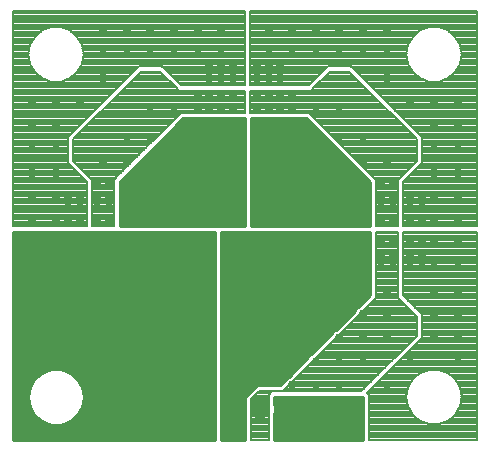
<source format=gbl>
G75*
G70*
%OFA0B0*%
%FSLAX24Y24*%
%IPPOS*%
%LPD*%
%AMOC8*
5,1,8,0,0,1.08239X$1,22.5*
%
%ADD10C,0.0690*%
%ADD11C,0.0300*%
%ADD12C,0.0100*%
%ADD13C,0.0079*%
D10*
X006524Y002033D03*
X007524Y002033D03*
X008524Y002033D03*
X009524Y002033D03*
D11*
X009599Y002821D03*
X010386Y002821D03*
X010386Y003608D03*
X011174Y003608D03*
X011961Y003608D03*
X011961Y004396D03*
X011961Y005183D03*
X012748Y005183D03*
X012748Y005970D03*
X012552Y006758D03*
X012945Y006758D03*
X012945Y007151D03*
X012552Y007151D03*
X012552Y007545D03*
X012945Y007545D03*
X013536Y007545D03*
X013930Y007545D03*
X014323Y007545D03*
X013930Y007151D03*
X013930Y006758D03*
X013536Y006758D03*
X013536Y007151D03*
X014323Y006758D03*
X015111Y006758D03*
X015111Y007545D03*
X015111Y008333D03*
X015111Y009120D03*
X015111Y009907D03*
X015111Y010695D03*
X015111Y011482D03*
X015111Y012270D03*
X014323Y012270D03*
X013536Y012270D03*
X012748Y013057D03*
X012748Y013844D03*
X011961Y013844D03*
X011174Y013844D03*
X010386Y013844D03*
X009599Y013844D03*
X009205Y013451D03*
X008811Y013451D03*
X008418Y013451D03*
X008811Y013844D03*
X008811Y013057D03*
X008418Y013057D03*
X008418Y012466D03*
X008811Y012466D03*
X008811Y012073D03*
X008418Y012073D03*
X008418Y011482D03*
X008811Y011482D03*
X008811Y011088D03*
X008418Y011088D03*
X008418Y010695D03*
X009205Y010695D03*
X009205Y011088D03*
X009205Y011482D03*
X009205Y012073D03*
X009599Y012073D03*
X009599Y012466D03*
X009205Y012466D03*
X009205Y013057D03*
X010386Y011876D03*
X011174Y011876D03*
X011174Y011088D03*
X011961Y011088D03*
X011961Y010301D03*
X012748Y010301D03*
X012552Y009514D03*
X012945Y009514D03*
X012945Y009120D03*
X012552Y009120D03*
X012552Y008726D03*
X012945Y008726D03*
X012945Y008333D03*
X012552Y008333D03*
X011961Y008333D03*
X011567Y008333D03*
X011567Y008726D03*
X011567Y009120D03*
X011961Y009120D03*
X011961Y008726D03*
X010780Y008333D03*
X010780Y009120D03*
X009993Y009120D03*
X009993Y009907D03*
X009205Y009907D03*
X009205Y009120D03*
X008418Y009120D03*
X008418Y009907D03*
X007630Y009907D03*
X007630Y009120D03*
X006843Y009120D03*
X006843Y009907D03*
X006056Y009907D03*
X006056Y009120D03*
X006056Y008333D03*
X006843Y008333D03*
X007630Y008333D03*
X008418Y008333D03*
X009205Y008333D03*
X009993Y008333D03*
X009993Y007545D03*
X010780Y007545D03*
X010780Y006758D03*
X011567Y006758D03*
X011567Y007151D03*
X011961Y007151D03*
X011961Y006758D03*
X011961Y007545D03*
X011567Y007545D03*
X009993Y006758D03*
X009993Y005970D03*
X010780Y005970D03*
X009993Y005183D03*
X009205Y005183D03*
X008418Y005183D03*
X008418Y005970D03*
X009205Y005970D03*
X009205Y006758D03*
X009205Y007545D03*
X008418Y007545D03*
X008418Y006758D03*
X007630Y006758D03*
X006843Y006758D03*
X006843Y007545D03*
X007630Y007545D03*
X006056Y007545D03*
X006056Y006758D03*
X006056Y005970D03*
X006843Y005970D03*
X006843Y005183D03*
X007630Y005183D03*
X007630Y005970D03*
X007630Y004396D03*
X006843Y004396D03*
X006056Y004396D03*
X006056Y005183D03*
X005268Y005183D03*
X004481Y005183D03*
X003693Y005183D03*
X002906Y005183D03*
X002906Y005970D03*
X003693Y005970D03*
X004481Y005970D03*
X005268Y005970D03*
X005268Y006758D03*
X005268Y007545D03*
X004481Y007545D03*
X004087Y007545D03*
X004087Y007151D03*
X004087Y006758D03*
X004481Y006758D03*
X004481Y007151D03*
X003496Y007151D03*
X003103Y007151D03*
X003103Y006758D03*
X003496Y006758D03*
X003496Y007545D03*
X003103Y007545D03*
X002512Y007545D03*
X002119Y007545D03*
X002119Y007151D03*
X002512Y007151D03*
X002512Y006758D03*
X002119Y006758D03*
X001725Y006758D03*
X001725Y007545D03*
X001725Y008333D03*
X002119Y008333D03*
X002512Y008333D03*
X002512Y008726D03*
X002119Y008726D03*
X002119Y009120D03*
X002512Y009120D03*
X003103Y009120D03*
X003496Y009120D03*
X003496Y008726D03*
X003103Y008726D03*
X003103Y008333D03*
X003496Y008333D03*
X004087Y008333D03*
X004481Y008333D03*
X004481Y008726D03*
X004481Y009120D03*
X004087Y009120D03*
X004087Y008726D03*
X003496Y009514D03*
X003103Y009514D03*
X003300Y010301D03*
X004087Y010301D03*
X004087Y011088D03*
X004874Y011088D03*
X004874Y011876D03*
X005662Y011876D03*
X006449Y012073D03*
X006843Y012073D03*
X006843Y012466D03*
X006449Y012466D03*
X006843Y013057D03*
X007237Y013057D03*
X007630Y013057D03*
X007630Y013451D03*
X007237Y013451D03*
X007237Y013844D03*
X006843Y013451D03*
X006449Y013844D03*
X005662Y013844D03*
X004874Y013844D03*
X004087Y013844D03*
X003300Y013844D03*
X003300Y013057D03*
X002512Y012270D03*
X001725Y012270D03*
X000937Y012270D03*
X000937Y011482D03*
X000937Y010695D03*
X000937Y009907D03*
X000937Y009120D03*
X000937Y008333D03*
X000937Y007545D03*
X000937Y006758D03*
X001331Y005970D03*
X001331Y005183D03*
X001331Y004396D03*
X002119Y004396D03*
X002906Y004396D03*
X003693Y004396D03*
X004481Y004396D03*
X005268Y004396D03*
X005268Y003608D03*
X005268Y002821D03*
X004481Y002821D03*
X003693Y002821D03*
X003693Y003608D03*
X004481Y003608D03*
X002906Y003608D03*
X003693Y002033D03*
X004481Y002033D03*
X005268Y002033D03*
X006056Y002821D03*
X006843Y002821D03*
X006843Y003608D03*
X007630Y003608D03*
X007630Y002821D03*
X008418Y003608D03*
X008418Y004396D03*
X009205Y004396D03*
X011174Y004396D03*
X012748Y004396D03*
X013536Y003608D03*
X014323Y004396D03*
X014323Y005183D03*
X014323Y005970D03*
X015111Y005970D03*
X015111Y005183D03*
X015111Y004396D03*
X015111Y003608D03*
X012748Y002821D03*
X011174Y002821D03*
X010386Y002033D03*
X010386Y001640D03*
X006056Y003608D03*
X002119Y005183D03*
X002119Y005970D03*
X005268Y008333D03*
X005268Y009120D03*
X006843Y010695D03*
X006843Y011088D03*
X006843Y011482D03*
X007237Y011482D03*
X007630Y011482D03*
X007630Y011088D03*
X007237Y011088D03*
X007630Y010695D03*
X007630Y012073D03*
X007237Y012073D03*
X007237Y012466D03*
X007630Y012466D03*
X007237Y014632D03*
X006449Y014632D03*
X005662Y014632D03*
X004874Y014632D03*
X004087Y014632D03*
X003300Y014632D03*
X001725Y011482D03*
X001725Y010695D03*
X001725Y009907D03*
X001725Y009120D03*
X008811Y014632D03*
X009599Y014632D03*
X010386Y014632D03*
X011174Y014632D03*
X011961Y014632D03*
X012748Y014632D03*
X014323Y011482D03*
X014323Y010695D03*
X014323Y009907D03*
X014323Y009120D03*
X013930Y009120D03*
X013930Y008726D03*
X013536Y008726D03*
X013536Y009120D03*
X013536Y008333D03*
X013930Y008333D03*
X014323Y008333D03*
D12*
X000300Y007939D02*
X000300Y001002D01*
X007040Y001002D01*
X007040Y001909D01*
X007029Y001935D01*
X007029Y002132D01*
X007040Y002158D01*
X007040Y007939D01*
X000300Y007939D01*
X000300Y007846D02*
X007040Y007846D01*
X007040Y007747D02*
X000300Y007747D01*
X000300Y007649D02*
X007040Y007649D01*
X007040Y007550D02*
X000300Y007550D01*
X000300Y007452D02*
X007040Y007452D01*
X007040Y007353D02*
X000300Y007353D01*
X000300Y007255D02*
X007040Y007255D01*
X007040Y007156D02*
X000300Y007156D01*
X000300Y007058D02*
X007040Y007058D01*
X007040Y006959D02*
X000300Y006959D01*
X000300Y006861D02*
X007040Y006861D01*
X007040Y006762D02*
X000300Y006762D01*
X000300Y006664D02*
X007040Y006664D01*
X007040Y006565D02*
X000300Y006565D01*
X000300Y006467D02*
X007040Y006467D01*
X007040Y006368D02*
X000300Y006368D01*
X000300Y006270D02*
X007040Y006270D01*
X007040Y006171D02*
X000300Y006171D01*
X000300Y006073D02*
X007040Y006073D01*
X007040Y005974D02*
X000300Y005974D01*
X000300Y005876D02*
X007040Y005876D01*
X007040Y005777D02*
X000300Y005777D01*
X000300Y005679D02*
X007040Y005679D01*
X007040Y005580D02*
X000300Y005580D01*
X000300Y005482D02*
X007040Y005482D01*
X007040Y005383D02*
X000300Y005383D01*
X000300Y005285D02*
X007040Y005285D01*
X007040Y005186D02*
X000300Y005186D01*
X000300Y005088D02*
X007040Y005088D01*
X007040Y004989D02*
X000300Y004989D01*
X000300Y004891D02*
X007040Y004891D01*
X007040Y004792D02*
X000300Y004792D01*
X000300Y004694D02*
X007040Y004694D01*
X007040Y004595D02*
X000300Y004595D01*
X000300Y004497D02*
X007040Y004497D01*
X007040Y004398D02*
X000300Y004398D01*
X000300Y004300D02*
X007040Y004300D01*
X007040Y004201D02*
X000300Y004201D01*
X000300Y004103D02*
X007040Y004103D01*
X007040Y004004D02*
X000300Y004004D01*
X000300Y003906D02*
X007040Y003906D01*
X007040Y003807D02*
X000300Y003807D01*
X000300Y003709D02*
X007040Y003709D01*
X007040Y003610D02*
X000300Y003610D01*
X000300Y003512D02*
X007040Y003512D01*
X007040Y003413D02*
X000300Y003413D01*
X000300Y003315D02*
X001474Y003315D01*
X001563Y003347D02*
X001258Y003236D01*
X001258Y003236D01*
X001009Y003028D01*
X001009Y003028D01*
X001009Y003028D01*
X000847Y002747D01*
X000847Y002747D01*
X000791Y002427D01*
X000847Y002108D01*
X000847Y002108D01*
X001009Y001827D01*
X001258Y001618D01*
X001563Y001507D01*
X001804Y001507D01*
X001887Y001507D01*
X001887Y001507D01*
X002192Y001618D01*
X002440Y001827D01*
X002603Y002108D01*
X002659Y002427D01*
X002659Y002427D01*
X002603Y002747D01*
X002440Y003028D01*
X002192Y003236D01*
X001887Y003347D01*
X001563Y003347D01*
X001234Y003216D02*
X000300Y003216D01*
X000300Y003118D02*
X001117Y003118D01*
X001004Y003019D02*
X000300Y003019D01*
X000300Y002921D02*
X000948Y002921D01*
X000891Y002822D02*
X000300Y002822D01*
X000300Y002724D02*
X000843Y002724D01*
X000826Y002625D02*
X000300Y002625D01*
X000300Y002527D02*
X000808Y002527D01*
X000791Y002428D02*
X000300Y002428D01*
X000300Y002330D02*
X000808Y002330D01*
X000791Y002427D02*
X000791Y002427D01*
X000825Y002231D02*
X000300Y002231D01*
X000300Y002133D02*
X000843Y002133D01*
X000889Y002034D02*
X000300Y002034D01*
X000300Y001936D02*
X000946Y001936D01*
X001003Y001837D02*
X000300Y001837D01*
X000300Y001739D02*
X001114Y001739D01*
X001009Y001827D02*
X001009Y001827D01*
X001231Y001640D02*
X000300Y001640D01*
X000300Y001542D02*
X001467Y001542D01*
X001258Y001618D02*
X001258Y001618D01*
X001982Y001542D02*
X007040Y001542D01*
X007040Y001640D02*
X002218Y001640D01*
X002192Y001618D02*
X002192Y001618D01*
X002336Y001739D02*
X007040Y001739D01*
X007040Y001837D02*
X002447Y001837D01*
X002440Y001827D02*
X002440Y001827D01*
X002440Y001827D01*
X002503Y001936D02*
X007029Y001936D01*
X007029Y002034D02*
X002560Y002034D01*
X002603Y002108D02*
X002603Y002108D01*
X002607Y002133D02*
X007029Y002133D01*
X007040Y002231D02*
X002624Y002231D01*
X002642Y002330D02*
X007040Y002330D01*
X007040Y002428D02*
X002659Y002428D01*
X002641Y002527D02*
X007040Y002527D01*
X007040Y002625D02*
X002624Y002625D01*
X002607Y002724D02*
X007040Y002724D01*
X007040Y002822D02*
X002559Y002822D01*
X002603Y002747D02*
X002603Y002747D01*
X002502Y002921D02*
X007040Y002921D01*
X007040Y003019D02*
X002445Y003019D01*
X002440Y003028D02*
X002440Y003028D01*
X002333Y003118D02*
X007040Y003118D01*
X007040Y003216D02*
X002216Y003216D01*
X002192Y003236D02*
X002192Y003236D01*
X001976Y003315D02*
X007040Y003315D01*
X007240Y003315D02*
X009699Y003315D01*
X009798Y003413D02*
X007240Y003413D01*
X007240Y003512D02*
X009896Y003512D01*
X009995Y003610D02*
X007240Y003610D01*
X007240Y003709D02*
X010093Y003709D01*
X010110Y003726D02*
X010132Y003778D01*
X010216Y003862D01*
X010268Y003884D01*
X010898Y004513D01*
X010919Y004565D01*
X011004Y004650D01*
X011056Y004671D01*
X011685Y005301D01*
X011707Y005353D01*
X011791Y005437D01*
X011843Y005459D01*
X012197Y005813D01*
X012197Y007939D01*
X007240Y007939D01*
X007240Y001002D01*
X008024Y001002D01*
X008024Y002427D01*
X008418Y002821D01*
X009205Y002821D01*
X009323Y002938D01*
X009344Y002991D01*
X009429Y003075D01*
X009481Y003097D01*
X010110Y003726D01*
X010161Y003807D02*
X007240Y003807D01*
X007240Y003906D02*
X010290Y003906D01*
X010389Y004004D02*
X007240Y004004D01*
X007240Y004103D02*
X010487Y004103D01*
X010586Y004201D02*
X007240Y004201D01*
X007240Y004300D02*
X010684Y004300D01*
X010783Y004398D02*
X007240Y004398D01*
X007240Y004497D02*
X010881Y004497D01*
X010949Y004595D02*
X007240Y004595D01*
X007240Y004694D02*
X011078Y004694D01*
X011177Y004792D02*
X007240Y004792D01*
X007240Y004891D02*
X011275Y004891D01*
X011374Y004989D02*
X007240Y004989D01*
X007240Y005088D02*
X011472Y005088D01*
X011571Y005186D02*
X007240Y005186D01*
X007240Y005285D02*
X011669Y005285D01*
X011737Y005383D02*
X007240Y005383D01*
X007240Y005482D02*
X011866Y005482D01*
X011965Y005580D02*
X007240Y005580D01*
X007240Y005679D02*
X012063Y005679D01*
X012162Y005777D02*
X007240Y005777D01*
X007240Y005876D02*
X012197Y005876D01*
X012197Y005974D02*
X007240Y005974D01*
X007240Y006073D02*
X012197Y006073D01*
X012197Y006171D02*
X007240Y006171D01*
X007240Y006270D02*
X012197Y006270D01*
X012197Y006368D02*
X007240Y006368D01*
X007240Y006467D02*
X012197Y006467D01*
X012197Y006565D02*
X007240Y006565D01*
X007240Y006664D02*
X012197Y006664D01*
X012197Y006762D02*
X007240Y006762D01*
X007240Y006861D02*
X012197Y006861D01*
X012197Y006959D02*
X007240Y006959D01*
X007240Y007058D02*
X012197Y007058D01*
X012197Y007156D02*
X007240Y007156D01*
X007240Y007255D02*
X012197Y007255D01*
X012197Y007353D02*
X007240Y007353D01*
X007240Y007452D02*
X012197Y007452D01*
X012197Y007550D02*
X007240Y007550D01*
X007240Y007649D02*
X012197Y007649D01*
X012197Y007747D02*
X007240Y007747D01*
X007240Y007846D02*
X012197Y007846D01*
X012197Y008139D02*
X008224Y008139D01*
X008224Y011718D01*
X010071Y011718D01*
X012197Y009592D01*
X012197Y008139D01*
X012197Y008141D02*
X008224Y008141D01*
X008224Y008240D02*
X012197Y008240D01*
X012197Y008338D02*
X008224Y008338D01*
X008224Y008437D02*
X012197Y008437D01*
X012197Y008535D02*
X008224Y008535D01*
X008224Y008634D02*
X012197Y008634D01*
X012197Y008732D02*
X008224Y008732D01*
X008224Y008831D02*
X012197Y008831D01*
X012197Y008929D02*
X008224Y008929D01*
X008224Y009028D02*
X012197Y009028D01*
X012197Y009126D02*
X008224Y009126D01*
X008224Y009225D02*
X012197Y009225D01*
X012197Y009323D02*
X008224Y009323D01*
X008224Y009422D02*
X012197Y009422D01*
X012197Y009520D02*
X008224Y009520D01*
X008224Y009619D02*
X012171Y009619D01*
X012072Y009717D02*
X008224Y009717D01*
X008224Y009816D02*
X011974Y009816D01*
X011875Y009914D02*
X008224Y009914D01*
X008224Y010013D02*
X011777Y010013D01*
X011678Y010111D02*
X008224Y010111D01*
X008224Y010210D02*
X011580Y010210D01*
X011481Y010308D02*
X008224Y010308D01*
X008224Y010407D02*
X011383Y010407D01*
X011284Y010505D02*
X008224Y010505D01*
X008224Y010604D02*
X011186Y010604D01*
X011087Y010702D02*
X008224Y010702D01*
X008224Y010801D02*
X010989Y010801D01*
X010890Y010899D02*
X008224Y010899D01*
X008224Y010998D02*
X010792Y010998D01*
X010693Y011096D02*
X008224Y011096D01*
X008224Y011195D02*
X010595Y011195D01*
X010496Y011293D02*
X008224Y011293D01*
X008224Y011392D02*
X010398Y011392D01*
X010299Y011490D02*
X008224Y011490D01*
X008224Y011589D02*
X010201Y011589D01*
X010102Y011687D02*
X008224Y011687D01*
X008024Y011687D02*
X005946Y011687D01*
X005977Y011718D02*
X008024Y011718D01*
X008024Y008139D01*
X003851Y008139D01*
X003851Y009592D01*
X005977Y011718D01*
X005847Y011589D02*
X008024Y011589D01*
X008024Y011490D02*
X005749Y011490D01*
X005650Y011392D02*
X008024Y011392D01*
X008024Y011293D02*
X005552Y011293D01*
X005453Y011195D02*
X008024Y011195D01*
X008024Y011096D02*
X005355Y011096D01*
X005256Y010998D02*
X008024Y010998D01*
X008024Y010899D02*
X005158Y010899D01*
X005059Y010801D02*
X008024Y010801D01*
X008024Y010702D02*
X004961Y010702D01*
X004862Y010604D02*
X008024Y010604D01*
X008024Y010505D02*
X004764Y010505D01*
X004665Y010407D02*
X008024Y010407D01*
X008024Y010308D02*
X004567Y010308D01*
X004468Y010210D02*
X008024Y010210D01*
X008024Y010111D02*
X004370Y010111D01*
X004271Y010013D02*
X008024Y010013D01*
X008024Y009914D02*
X004173Y009914D01*
X004074Y009816D02*
X008024Y009816D01*
X008024Y009717D02*
X003976Y009717D01*
X003877Y009619D02*
X008024Y009619D01*
X008024Y009520D02*
X003851Y009520D01*
X003851Y009422D02*
X008024Y009422D01*
X008024Y009323D02*
X003851Y009323D01*
X003851Y009225D02*
X008024Y009225D01*
X008024Y009126D02*
X003851Y009126D01*
X003851Y009028D02*
X008024Y009028D01*
X008024Y008929D02*
X003851Y008929D01*
X003851Y008831D02*
X008024Y008831D01*
X008024Y008732D02*
X003851Y008732D01*
X003851Y008634D02*
X008024Y008634D01*
X008024Y008535D02*
X003851Y008535D01*
X003851Y008437D02*
X008024Y008437D01*
X008024Y008338D02*
X003851Y008338D01*
X003851Y008240D02*
X008024Y008240D01*
X008024Y008141D02*
X003851Y008141D01*
X007240Y003216D02*
X009601Y003216D01*
X009502Y003118D02*
X007240Y003118D01*
X007240Y003019D02*
X009373Y003019D01*
X009305Y002921D02*
X007240Y002921D01*
X007240Y002822D02*
X009207Y002822D01*
X009008Y002427D02*
X011961Y002427D01*
X011961Y001002D01*
X009008Y001002D01*
X009008Y001909D01*
X009019Y001935D01*
X009019Y002132D01*
X009008Y002158D01*
X009008Y002427D01*
X009008Y002330D02*
X011961Y002330D01*
X011961Y002231D02*
X009008Y002231D01*
X009019Y002133D02*
X011961Y002133D01*
X011961Y002034D02*
X009019Y002034D01*
X009019Y001936D02*
X011961Y001936D01*
X011961Y001837D02*
X009008Y001837D01*
X009008Y001739D02*
X011961Y001739D01*
X011961Y001640D02*
X009008Y001640D01*
X009008Y001542D02*
X011961Y001542D01*
X011961Y001443D02*
X009008Y001443D01*
X009008Y001345D02*
X011961Y001345D01*
X011961Y001246D02*
X009008Y001246D01*
X009008Y001148D02*
X011961Y001148D01*
X011961Y001049D02*
X009008Y001049D01*
X008024Y001049D02*
X007240Y001049D01*
X007240Y001148D02*
X008024Y001148D01*
X008024Y001246D02*
X007240Y001246D01*
X007240Y001345D02*
X008024Y001345D01*
X008024Y001443D02*
X007240Y001443D01*
X007240Y001542D02*
X008024Y001542D01*
X008024Y001640D02*
X007240Y001640D01*
X007240Y001739D02*
X008024Y001739D01*
X008024Y001837D02*
X007240Y001837D01*
X007240Y001936D02*
X008024Y001936D01*
X008024Y002034D02*
X007240Y002034D01*
X007240Y002133D02*
X008024Y002133D01*
X008024Y002231D02*
X007240Y002231D01*
X007240Y002330D02*
X008024Y002330D01*
X008025Y002428D02*
X007240Y002428D01*
X007240Y002527D02*
X008124Y002527D01*
X008222Y002625D02*
X007240Y002625D01*
X007240Y002724D02*
X008321Y002724D01*
X007040Y001443D02*
X000300Y001443D01*
X000300Y001345D02*
X007040Y001345D01*
X007040Y001246D02*
X000300Y001246D01*
X000300Y001148D02*
X007040Y001148D01*
X007040Y001049D02*
X000300Y001049D01*
D13*
X000289Y008128D02*
X000289Y015280D01*
X008024Y015280D01*
X008024Y012821D01*
X005898Y012821D01*
X005268Y013451D01*
X004481Y013451D01*
X002119Y011088D01*
X002119Y010222D01*
X002748Y009592D01*
X002748Y008128D01*
X000289Y008128D01*
X000289Y008190D02*
X002748Y008190D01*
X002748Y008267D02*
X000289Y008267D01*
X000289Y008345D02*
X002748Y008345D01*
X002748Y008422D02*
X000289Y008422D01*
X000289Y008499D02*
X002748Y008499D01*
X002748Y008576D02*
X000289Y008576D01*
X000289Y008654D02*
X002748Y008654D01*
X002748Y008731D02*
X000289Y008731D01*
X000289Y008808D02*
X002748Y008808D01*
X002748Y008885D02*
X000289Y008885D01*
X000289Y008962D02*
X002748Y008962D01*
X002748Y009040D02*
X000289Y009040D01*
X000289Y009117D02*
X002748Y009117D01*
X002748Y009194D02*
X000289Y009194D01*
X000289Y009271D02*
X002748Y009271D01*
X002748Y009349D02*
X000289Y009349D01*
X000289Y009426D02*
X002748Y009426D01*
X002748Y009503D02*
X000289Y009503D01*
X000289Y009580D02*
X002748Y009580D01*
X002683Y009658D02*
X000289Y009658D01*
X000289Y009735D02*
X002606Y009735D01*
X002529Y009812D02*
X000289Y009812D01*
X000289Y009889D02*
X002451Y009889D01*
X002374Y009967D02*
X000289Y009967D01*
X000289Y010044D02*
X002297Y010044D01*
X002220Y010121D02*
X000289Y010121D01*
X000289Y010198D02*
X002142Y010198D01*
X002119Y010276D02*
X000289Y010276D01*
X000289Y010353D02*
X002119Y010353D01*
X002119Y010430D02*
X000289Y010430D01*
X000289Y010507D02*
X002119Y010507D01*
X002119Y010585D02*
X000289Y010585D01*
X000289Y010662D02*
X002119Y010662D01*
X002119Y010739D02*
X000289Y010739D01*
X000289Y010816D02*
X002119Y010816D01*
X002119Y010893D02*
X000289Y010893D01*
X000289Y010971D02*
X002119Y010971D01*
X002119Y011048D02*
X000289Y011048D01*
X000289Y011125D02*
X002155Y011125D01*
X002232Y011202D02*
X000289Y011202D01*
X000289Y011280D02*
X002310Y011280D01*
X002387Y011357D02*
X000289Y011357D01*
X000289Y011434D02*
X002464Y011434D01*
X002541Y011511D02*
X000289Y011511D01*
X000289Y011589D02*
X002619Y011589D01*
X002696Y011666D02*
X000289Y011666D01*
X000289Y011743D02*
X002773Y011743D01*
X002850Y011820D02*
X000289Y011820D01*
X000289Y011898D02*
X002928Y011898D01*
X003005Y011975D02*
X000289Y011975D01*
X000289Y012052D02*
X003082Y012052D01*
X003159Y012129D02*
X000289Y012129D01*
X000289Y012207D02*
X003237Y012207D01*
X003314Y012284D02*
X000289Y012284D01*
X000289Y012361D02*
X003391Y012361D01*
X003468Y012438D02*
X000289Y012438D01*
X000289Y012516D02*
X003546Y012516D01*
X003623Y012593D02*
X000289Y012593D01*
X000289Y012670D02*
X003700Y012670D01*
X003777Y012747D02*
X000289Y012747D01*
X000289Y012824D02*
X003855Y012824D01*
X003932Y012902D02*
X000289Y012902D01*
X000289Y012979D02*
X001444Y012979D01*
X001564Y012935D02*
X001651Y012935D01*
X001885Y012935D01*
X002187Y013045D01*
X002432Y013251D01*
X002593Y013529D01*
X002648Y013844D01*
X002648Y013844D01*
X002593Y014160D01*
X002432Y014438D01*
X002187Y014644D01*
X002187Y014644D01*
X001885Y014754D01*
X001564Y014754D01*
X001263Y014644D01*
X001017Y014438D01*
X000857Y014160D01*
X000801Y013844D01*
X000857Y013529D01*
X001017Y013251D01*
X001263Y013045D01*
X001263Y013045D01*
X001564Y012935D01*
X001249Y013056D02*
X000289Y013056D01*
X000289Y013133D02*
X001157Y013133D01*
X001065Y013211D02*
X000289Y013211D01*
X000289Y013288D02*
X000996Y013288D01*
X000951Y013365D02*
X000289Y013365D01*
X000289Y013442D02*
X000907Y013442D01*
X000862Y013520D02*
X000289Y013520D01*
X000289Y013597D02*
X000845Y013597D01*
X000857Y013529D02*
X000857Y013529D01*
X000831Y013674D02*
X000289Y013674D01*
X000289Y013751D02*
X000818Y013751D01*
X000804Y013829D02*
X000289Y013829D01*
X000289Y013906D02*
X000812Y013906D01*
X000801Y013844D02*
X000801Y013844D01*
X000826Y013983D02*
X000289Y013983D01*
X000289Y014060D02*
X000839Y014060D01*
X000853Y014138D02*
X000289Y014138D01*
X000289Y014215D02*
X000889Y014215D01*
X000857Y014160D02*
X000857Y014160D01*
X000933Y014292D02*
X000289Y014292D01*
X000289Y014369D02*
X000978Y014369D01*
X001017Y014438D02*
X001017Y014438D01*
X001017Y014438D01*
X001028Y014447D02*
X000289Y014447D01*
X000289Y014524D02*
X001120Y014524D01*
X001212Y014601D02*
X000289Y014601D01*
X000289Y014678D02*
X001357Y014678D01*
X001263Y014644D02*
X001263Y014644D01*
X002092Y014678D02*
X008024Y014678D01*
X008024Y014601D02*
X002238Y014601D01*
X002330Y014524D02*
X008024Y014524D01*
X008024Y014447D02*
X002422Y014447D01*
X002432Y014438D02*
X002432Y014438D01*
X002472Y014369D02*
X008024Y014369D01*
X008024Y014292D02*
X002516Y014292D01*
X002561Y014215D02*
X008024Y014215D01*
X008024Y014138D02*
X002596Y014138D01*
X002593Y014160D02*
X002593Y014160D01*
X002610Y014060D02*
X008024Y014060D01*
X008024Y013983D02*
X002624Y013983D01*
X002637Y013906D02*
X008024Y013906D01*
X008024Y013829D02*
X002645Y013829D01*
X002632Y013751D02*
X008024Y013751D01*
X008024Y013674D02*
X002618Y013674D01*
X002605Y013597D02*
X008024Y013597D01*
X008024Y013520D02*
X002587Y013520D01*
X002593Y013529D02*
X002593Y013529D01*
X002543Y013442D02*
X004472Y013442D01*
X004395Y013365D02*
X002498Y013365D01*
X002454Y013288D02*
X004318Y013288D01*
X004241Y013211D02*
X002384Y013211D01*
X002432Y013251D02*
X002432Y013251D01*
X002432Y013251D01*
X002292Y013133D02*
X004164Y013133D01*
X004086Y013056D02*
X002200Y013056D01*
X002187Y013045D02*
X002187Y013045D01*
X002006Y012979D02*
X004009Y012979D01*
X004107Y012824D02*
X005641Y012824D01*
X005564Y012902D02*
X004185Y012902D01*
X004262Y012979D02*
X005487Y012979D01*
X005410Y013056D02*
X004339Y013056D01*
X004416Y013133D02*
X005333Y013133D01*
X005255Y013211D02*
X004494Y013211D01*
X004555Y013272D02*
X005194Y013272D01*
X005719Y012747D01*
X004030Y012747D01*
X003953Y012670D02*
X005796Y012670D01*
X005824Y012642D02*
X008024Y012642D01*
X008024Y011908D01*
X005898Y011908D01*
X005787Y011797D01*
X003772Y009782D01*
X003661Y009671D01*
X003661Y008128D01*
X002927Y008128D01*
X002927Y009666D01*
X002822Y009771D01*
X002297Y010296D01*
X002297Y011014D01*
X004555Y013272D01*
X005276Y013442D02*
X008024Y013442D01*
X008024Y013365D02*
X005354Y013365D01*
X005431Y013288D02*
X008024Y013288D01*
X008024Y013211D02*
X005508Y013211D01*
X005585Y013133D02*
X008024Y013133D01*
X008024Y013056D02*
X005663Y013056D01*
X005740Y012979D02*
X008024Y012979D01*
X008024Y012902D02*
X005817Y012902D01*
X005894Y012824D02*
X008024Y012824D01*
X008203Y012824D02*
X010154Y012824D01*
X010150Y012821D02*
X008203Y012821D01*
X008203Y015280D01*
X015759Y015280D01*
X015759Y008118D01*
X013300Y008118D01*
X013300Y009592D01*
X013930Y010222D01*
X013930Y011088D01*
X011567Y013451D01*
X010780Y013451D01*
X010150Y012821D01*
X010231Y012902D02*
X008203Y012902D01*
X008203Y012979D02*
X010308Y012979D01*
X010385Y013056D02*
X008203Y013056D01*
X008203Y013133D02*
X010463Y013133D01*
X010540Y013211D02*
X008203Y013211D01*
X008203Y013288D02*
X010617Y013288D01*
X010694Y013365D02*
X008203Y013365D01*
X008203Y013442D02*
X010772Y013442D01*
X010854Y013272D02*
X011493Y013272D01*
X013751Y011014D01*
X013751Y010296D01*
X013121Y009666D01*
X013121Y008118D01*
X012387Y008118D01*
X012387Y009514D01*
X012387Y009671D01*
X010261Y011797D01*
X010150Y011908D01*
X008203Y011908D01*
X008203Y012642D01*
X010224Y012642D01*
X010329Y012747D01*
X012018Y012747D01*
X012095Y012670D02*
X010252Y012670D01*
X010329Y012747D02*
X010854Y013272D01*
X010793Y013211D02*
X011555Y013211D01*
X011632Y013133D02*
X010715Y013133D01*
X010638Y013056D02*
X011709Y013056D01*
X011786Y012979D02*
X010561Y012979D01*
X010484Y012902D02*
X011863Y012902D01*
X011941Y012824D02*
X010407Y012824D01*
X010160Y011898D02*
X012868Y011898D01*
X012945Y011820D02*
X010237Y011820D01*
X010314Y011743D02*
X013022Y011743D01*
X013099Y011666D02*
X010392Y011666D01*
X010469Y011589D02*
X013177Y011589D01*
X013254Y011511D02*
X010546Y011511D01*
X010623Y011434D02*
X013331Y011434D01*
X013408Y011357D02*
X010701Y011357D01*
X010778Y011280D02*
X013486Y011280D01*
X013563Y011202D02*
X010855Y011202D01*
X010932Y011125D02*
X013640Y011125D01*
X013717Y011048D02*
X011009Y011048D01*
X011087Y010971D02*
X013751Y010971D01*
X013751Y010893D02*
X011164Y010893D01*
X011241Y010816D02*
X013751Y010816D01*
X013751Y010739D02*
X011318Y010739D01*
X011396Y010662D02*
X013751Y010662D01*
X013751Y010585D02*
X011473Y010585D01*
X011550Y010507D02*
X013751Y010507D01*
X013751Y010430D02*
X011627Y010430D01*
X011705Y010353D02*
X013751Y010353D01*
X013730Y010276D02*
X011782Y010276D01*
X011859Y010198D02*
X013653Y010198D01*
X013576Y010121D02*
X011936Y010121D01*
X012014Y010044D02*
X013498Y010044D01*
X013421Y009967D02*
X012091Y009967D01*
X012168Y009889D02*
X013344Y009889D01*
X013267Y009812D02*
X012245Y009812D01*
X012323Y009735D02*
X013189Y009735D01*
X013121Y009658D02*
X012387Y009658D01*
X012387Y009580D02*
X013121Y009580D01*
X013121Y009503D02*
X012387Y009503D01*
X012387Y009426D02*
X013121Y009426D01*
X013121Y009349D02*
X012387Y009349D01*
X012387Y009271D02*
X013121Y009271D01*
X013121Y009194D02*
X012387Y009194D01*
X012387Y009117D02*
X013121Y009117D01*
X013121Y009040D02*
X012387Y009040D01*
X012387Y008962D02*
X013121Y008962D01*
X013121Y008885D02*
X012387Y008885D01*
X012387Y008808D02*
X013121Y008808D01*
X013121Y008731D02*
X012387Y008731D01*
X012387Y008654D02*
X013121Y008654D01*
X013121Y008576D02*
X012387Y008576D01*
X012387Y008499D02*
X013121Y008499D01*
X013121Y008422D02*
X012387Y008422D01*
X012387Y008345D02*
X013121Y008345D01*
X013121Y008267D02*
X012387Y008267D01*
X012387Y008190D02*
X013121Y008190D01*
X013300Y008190D02*
X015759Y008190D01*
X015759Y008267D02*
X013300Y008267D01*
X013300Y008345D02*
X015759Y008345D01*
X015759Y008422D02*
X013300Y008422D01*
X013300Y008499D02*
X015759Y008499D01*
X015759Y008576D02*
X013300Y008576D01*
X013300Y008654D02*
X015759Y008654D01*
X015759Y008731D02*
X013300Y008731D01*
X013300Y008808D02*
X015759Y008808D01*
X015759Y008885D02*
X013300Y008885D01*
X013300Y008962D02*
X015759Y008962D01*
X015759Y009040D02*
X013300Y009040D01*
X013300Y009117D02*
X015759Y009117D01*
X015759Y009194D02*
X013300Y009194D01*
X013300Y009271D02*
X015759Y009271D01*
X015759Y009349D02*
X013300Y009349D01*
X013300Y009426D02*
X015759Y009426D01*
X015759Y009503D02*
X013300Y009503D01*
X013300Y009580D02*
X015759Y009580D01*
X015759Y009658D02*
X013365Y009658D01*
X013442Y009735D02*
X015759Y009735D01*
X015759Y009812D02*
X013519Y009812D01*
X013597Y009889D02*
X015759Y009889D01*
X015759Y009967D02*
X013674Y009967D01*
X013751Y010044D02*
X015759Y010044D01*
X015759Y010121D02*
X013828Y010121D01*
X013906Y010198D02*
X015759Y010198D01*
X015759Y010276D02*
X013930Y010276D01*
X013930Y010353D02*
X015759Y010353D01*
X015759Y010430D02*
X013930Y010430D01*
X013930Y010507D02*
X015759Y010507D01*
X015759Y010585D02*
X013930Y010585D01*
X013930Y010662D02*
X015759Y010662D01*
X015759Y010739D02*
X013930Y010739D01*
X013930Y010816D02*
X015759Y010816D01*
X015759Y010893D02*
X013930Y010893D01*
X013930Y010971D02*
X015759Y010971D01*
X015759Y011048D02*
X013930Y011048D01*
X013893Y011125D02*
X015759Y011125D01*
X015759Y011202D02*
X013816Y011202D01*
X013738Y011280D02*
X015759Y011280D01*
X015759Y011357D02*
X013661Y011357D01*
X013584Y011434D02*
X015759Y011434D01*
X015759Y011511D02*
X013507Y011511D01*
X013429Y011589D02*
X015759Y011589D01*
X015759Y011666D02*
X013352Y011666D01*
X013275Y011743D02*
X015759Y011743D01*
X015759Y011820D02*
X013198Y011820D01*
X013120Y011898D02*
X015759Y011898D01*
X015759Y011975D02*
X013043Y011975D01*
X012966Y012052D02*
X015759Y012052D01*
X015759Y012129D02*
X012889Y012129D01*
X012811Y012207D02*
X015759Y012207D01*
X015759Y012284D02*
X012734Y012284D01*
X012657Y012361D02*
X015759Y012361D01*
X015759Y012438D02*
X012580Y012438D01*
X012502Y012516D02*
X015759Y012516D01*
X015759Y012593D02*
X012425Y012593D01*
X012348Y012670D02*
X015759Y012670D01*
X015759Y012747D02*
X012271Y012747D01*
X012193Y012824D02*
X015759Y012824D01*
X015759Y012902D02*
X012116Y012902D01*
X012039Y012979D02*
X014042Y012979D01*
X014163Y012935D02*
X013862Y013045D01*
X013862Y013045D01*
X013616Y013251D01*
X013616Y013251D01*
X013456Y013529D01*
X013456Y013529D01*
X013400Y013844D01*
X013400Y013844D01*
X013456Y014160D01*
X013456Y014160D01*
X013616Y014438D01*
X013616Y014438D01*
X013862Y014644D01*
X013862Y014644D01*
X014163Y014754D01*
X014484Y014754D01*
X014785Y014644D01*
X014785Y014644D01*
X015031Y014438D01*
X015031Y014438D01*
X015191Y014160D01*
X015191Y014160D01*
X015247Y013844D01*
X015247Y013844D01*
X015191Y013529D01*
X015191Y013529D01*
X015031Y013251D01*
X015031Y013251D01*
X015031Y013251D01*
X014785Y013045D01*
X014785Y013045D01*
X014484Y012935D01*
X014484Y012935D01*
X014398Y012935D01*
X014163Y012935D01*
X013848Y013056D02*
X011962Y013056D01*
X011885Y013133D02*
X013756Y013133D01*
X013664Y013211D02*
X011807Y013211D01*
X011730Y013288D02*
X013594Y013288D01*
X013550Y013365D02*
X011653Y013365D01*
X011576Y013442D02*
X013505Y013442D01*
X013461Y013520D02*
X008203Y013520D01*
X008203Y013597D02*
X013443Y013597D01*
X013430Y013674D02*
X008203Y013674D01*
X008203Y013751D02*
X013416Y013751D01*
X013403Y013829D02*
X008203Y013829D01*
X008203Y013906D02*
X013411Y013906D01*
X013424Y013983D02*
X008203Y013983D01*
X008203Y014060D02*
X013438Y014060D01*
X013452Y014138D02*
X008203Y014138D01*
X008203Y014215D02*
X013487Y014215D01*
X013532Y014292D02*
X008203Y014292D01*
X008203Y014369D02*
X013576Y014369D01*
X013616Y014438D02*
X013616Y014438D01*
X013626Y014447D02*
X008203Y014447D01*
X008203Y014524D02*
X013718Y014524D01*
X013810Y014601D02*
X008203Y014601D01*
X008203Y014678D02*
X013956Y014678D01*
X014691Y014678D02*
X015759Y014678D01*
X015759Y014601D02*
X014836Y014601D01*
X014928Y014524D02*
X015759Y014524D01*
X015759Y014447D02*
X015020Y014447D01*
X015070Y014369D02*
X015759Y014369D01*
X015759Y014292D02*
X015115Y014292D01*
X015159Y014215D02*
X015759Y014215D01*
X015759Y014138D02*
X015195Y014138D01*
X015209Y014060D02*
X015759Y014060D01*
X015759Y013983D02*
X015222Y013983D01*
X015236Y013906D02*
X015759Y013906D01*
X015759Y013829D02*
X015244Y013829D01*
X015230Y013751D02*
X015759Y013751D01*
X015759Y013674D02*
X015217Y013674D01*
X015203Y013597D02*
X015759Y013597D01*
X015759Y013520D02*
X015186Y013520D01*
X015141Y013442D02*
X015759Y013442D01*
X015759Y013365D02*
X015097Y013365D01*
X015052Y013288D02*
X015759Y013288D01*
X015759Y013211D02*
X014983Y013211D01*
X014891Y013133D02*
X015759Y013133D01*
X015759Y013056D02*
X014799Y013056D01*
X014604Y012979D02*
X015759Y012979D01*
X015759Y014756D02*
X008203Y014756D01*
X008203Y014833D02*
X015759Y014833D01*
X015759Y014910D02*
X008203Y014910D01*
X008203Y014987D02*
X015759Y014987D01*
X015759Y015064D02*
X008203Y015064D01*
X008203Y015142D02*
X015759Y015142D01*
X015759Y015219D02*
X008203Y015219D01*
X008024Y015219D02*
X000289Y015219D01*
X000289Y015142D02*
X008024Y015142D01*
X008024Y015064D02*
X000289Y015064D01*
X000289Y014987D02*
X008024Y014987D01*
X008024Y014910D02*
X000289Y014910D01*
X000289Y014833D02*
X008024Y014833D01*
X008024Y014756D02*
X000289Y014756D01*
X003180Y011898D02*
X005888Y011898D01*
X005811Y011820D02*
X003103Y011820D01*
X003026Y011743D02*
X005734Y011743D01*
X005787Y011797D02*
X005787Y011797D01*
X005656Y011666D02*
X002949Y011666D01*
X002871Y011589D02*
X005579Y011589D01*
X005502Y011511D02*
X002794Y011511D01*
X002717Y011434D02*
X005425Y011434D01*
X005348Y011357D02*
X002640Y011357D01*
X002563Y011280D02*
X005270Y011280D01*
X005193Y011202D02*
X002485Y011202D01*
X002408Y011125D02*
X005116Y011125D01*
X005039Y011048D02*
X002331Y011048D01*
X002297Y010971D02*
X004961Y010971D01*
X004884Y010893D02*
X002297Y010893D01*
X002297Y010816D02*
X004807Y010816D01*
X004730Y010739D02*
X002297Y010739D01*
X002297Y010662D02*
X004652Y010662D01*
X004575Y010585D02*
X002297Y010585D01*
X002297Y010507D02*
X004498Y010507D01*
X004421Y010430D02*
X002297Y010430D01*
X002297Y010353D02*
X004343Y010353D01*
X004266Y010276D02*
X002318Y010276D01*
X002395Y010198D02*
X004189Y010198D01*
X004112Y010121D02*
X002473Y010121D01*
X002550Y010044D02*
X004034Y010044D01*
X003957Y009967D02*
X002627Y009967D01*
X002704Y009889D02*
X003880Y009889D01*
X003803Y009812D02*
X002781Y009812D01*
X002822Y009771D02*
X002822Y009771D01*
X002859Y009735D02*
X003725Y009735D01*
X003772Y009782D02*
X003772Y009782D01*
X003661Y009658D02*
X002927Y009658D01*
X002927Y009580D02*
X003661Y009580D01*
X003661Y009503D02*
X002927Y009503D01*
X002927Y009426D02*
X003661Y009426D01*
X003661Y009349D02*
X002927Y009349D01*
X002927Y009271D02*
X003661Y009271D01*
X003661Y009194D02*
X002927Y009194D01*
X002927Y009117D02*
X003661Y009117D01*
X003661Y009040D02*
X002927Y009040D01*
X002927Y008962D02*
X003661Y008962D01*
X003661Y008885D02*
X002927Y008885D01*
X002927Y008808D02*
X003661Y008808D01*
X003661Y008731D02*
X002927Y008731D01*
X002927Y008654D02*
X003661Y008654D01*
X003661Y008576D02*
X002927Y008576D01*
X002927Y008499D02*
X003661Y008499D01*
X003661Y008422D02*
X002927Y008422D01*
X002927Y008345D02*
X003661Y008345D01*
X003661Y008267D02*
X002927Y008267D01*
X002927Y008190D02*
X003661Y008190D01*
X003258Y011975D02*
X008024Y011975D01*
X008024Y012052D02*
X003335Y012052D01*
X003412Y012129D02*
X008024Y012129D01*
X008024Y012207D02*
X003489Y012207D01*
X003567Y012284D02*
X008024Y012284D01*
X008024Y012361D02*
X003644Y012361D01*
X003721Y012438D02*
X008024Y012438D01*
X008024Y012516D02*
X003798Y012516D01*
X003876Y012593D02*
X008024Y012593D01*
X008203Y012593D02*
X012172Y012593D01*
X012250Y012516D02*
X008203Y012516D01*
X008203Y012438D02*
X012327Y012438D01*
X012404Y012361D02*
X008203Y012361D01*
X008203Y012284D02*
X012481Y012284D01*
X012559Y012207D02*
X008203Y012207D01*
X008203Y012129D02*
X012636Y012129D01*
X012713Y012052D02*
X008203Y012052D01*
X008203Y011975D02*
X012790Y011975D01*
X013121Y007939D02*
X012387Y007939D01*
X012387Y005734D01*
X009394Y002742D01*
X009284Y002631D01*
X008496Y002631D01*
X008213Y002349D01*
X008213Y000992D01*
X008819Y000992D01*
X008819Y002505D01*
X008930Y002616D01*
X011898Y002616D01*
X013751Y004470D01*
X013751Y005109D01*
X013121Y005739D01*
X013121Y007939D01*
X013121Y007881D02*
X012387Y007881D01*
X012387Y007804D02*
X013121Y007804D01*
X013121Y007727D02*
X012387Y007727D01*
X012387Y007649D02*
X013121Y007649D01*
X013121Y007572D02*
X012387Y007572D01*
X012387Y007495D02*
X013121Y007495D01*
X013121Y007418D02*
X012387Y007418D01*
X012387Y007340D02*
X013121Y007340D01*
X013121Y007263D02*
X012387Y007263D01*
X012387Y007186D02*
X013121Y007186D01*
X013121Y007109D02*
X012387Y007109D01*
X012387Y007031D02*
X013121Y007031D01*
X013121Y006954D02*
X012387Y006954D01*
X012387Y006877D02*
X013121Y006877D01*
X013121Y006800D02*
X012387Y006800D01*
X012387Y006723D02*
X013121Y006723D01*
X013121Y006645D02*
X012387Y006645D01*
X012387Y006568D02*
X013121Y006568D01*
X013121Y006491D02*
X012387Y006491D01*
X012387Y006414D02*
X013121Y006414D01*
X013121Y006336D02*
X012387Y006336D01*
X012387Y006259D02*
X013121Y006259D01*
X013121Y006182D02*
X012387Y006182D01*
X012387Y006105D02*
X013121Y006105D01*
X013121Y006027D02*
X012387Y006027D01*
X012387Y005950D02*
X013121Y005950D01*
X013121Y005873D02*
X012387Y005873D01*
X012387Y005796D02*
X013121Y005796D01*
X013141Y005718D02*
X012371Y005718D01*
X012293Y005641D02*
X013219Y005641D01*
X013296Y005564D02*
X012216Y005564D01*
X012139Y005487D02*
X013373Y005487D01*
X013450Y005409D02*
X012062Y005409D01*
X011984Y005332D02*
X013528Y005332D01*
X013605Y005255D02*
X011907Y005255D01*
X011830Y005178D02*
X013682Y005178D01*
X013751Y005100D02*
X011753Y005100D01*
X011675Y005023D02*
X013751Y005023D01*
X013751Y004946D02*
X011598Y004946D01*
X011521Y004869D02*
X013751Y004869D01*
X013751Y004791D02*
X011444Y004791D01*
X011366Y004714D02*
X013751Y004714D01*
X013751Y004637D02*
X011289Y004637D01*
X011212Y004560D02*
X013751Y004560D01*
X013751Y004483D02*
X011135Y004483D01*
X011057Y004405D02*
X013687Y004405D01*
X013609Y004328D02*
X010980Y004328D01*
X010903Y004251D02*
X013532Y004251D01*
X013455Y004174D02*
X010826Y004174D01*
X010749Y004096D02*
X013378Y004096D01*
X013300Y004019D02*
X010671Y004019D01*
X010594Y003942D02*
X013223Y003942D01*
X013146Y003865D02*
X010517Y003865D01*
X010440Y003787D02*
X013069Y003787D01*
X012991Y003710D02*
X010362Y003710D01*
X010285Y003633D02*
X012914Y003633D01*
X012837Y003556D02*
X010208Y003556D01*
X010131Y003478D02*
X012760Y003478D01*
X012682Y003401D02*
X010053Y003401D01*
X009976Y003324D02*
X012605Y003324D01*
X012528Y003247D02*
X009899Y003247D01*
X009822Y003169D02*
X012451Y003169D01*
X012373Y003092D02*
X009744Y003092D01*
X009667Y003015D02*
X012296Y003015D01*
X012219Y002938D02*
X009590Y002938D01*
X009513Y002860D02*
X012142Y002860D01*
X012064Y002783D02*
X009435Y002783D01*
X009358Y002706D02*
X011987Y002706D01*
X011910Y002629D02*
X008494Y002629D01*
X008416Y002552D02*
X008865Y002552D01*
X008819Y002474D02*
X008339Y002474D01*
X008262Y002397D02*
X008819Y002397D01*
X008819Y002320D02*
X008213Y002320D01*
X008213Y002243D02*
X008819Y002243D01*
X008819Y002165D02*
X008213Y002165D01*
X008213Y002088D02*
X008819Y002088D01*
X008819Y002011D02*
X008213Y002011D01*
X008213Y001934D02*
X008819Y001934D01*
X008819Y001856D02*
X008213Y001856D01*
X008213Y001779D02*
X008819Y001779D01*
X008819Y001702D02*
X008213Y001702D01*
X008213Y001625D02*
X008819Y001625D01*
X008819Y001547D02*
X008213Y001547D01*
X008213Y001470D02*
X008819Y001470D01*
X008819Y001393D02*
X008213Y001393D01*
X008213Y001316D02*
X008819Y001316D01*
X008819Y001238D02*
X008213Y001238D01*
X008213Y001161D02*
X008819Y001161D01*
X008819Y001084D02*
X008213Y001084D01*
X008213Y001007D02*
X008819Y001007D01*
X012150Y001007D02*
X015759Y001007D01*
X015759Y000992D02*
X012150Y000992D01*
X012150Y002505D01*
X012095Y002561D01*
X013930Y004396D01*
X013930Y005183D01*
X013300Y005813D01*
X013300Y007939D01*
X015759Y007939D01*
X015759Y000992D01*
X015759Y001084D02*
X012150Y001084D01*
X012150Y001161D02*
X015759Y001161D01*
X015759Y001238D02*
X012150Y001238D01*
X012150Y001316D02*
X015759Y001316D01*
X015759Y001393D02*
X012150Y001393D01*
X012150Y001470D02*
X015759Y001470D01*
X015759Y001547D02*
X014565Y001547D01*
X014484Y001518D02*
X014785Y001627D01*
X015031Y001833D01*
X015191Y002111D01*
X015191Y002111D01*
X015247Y002427D01*
X015191Y002743D01*
X015031Y003021D01*
X014785Y003227D01*
X014484Y003336D01*
X014163Y003336D01*
X013862Y003227D01*
X013862Y003227D01*
X013616Y003021D01*
X013616Y003021D01*
X013616Y003021D01*
X013456Y002743D01*
X013400Y002427D01*
X013456Y002111D01*
X013616Y001833D01*
X013862Y001627D01*
X014163Y001518D01*
X014249Y001518D01*
X014484Y001518D01*
X014777Y001625D02*
X015759Y001625D01*
X015759Y001702D02*
X014874Y001702D01*
X014785Y001627D02*
X014785Y001627D01*
X014966Y001779D02*
X015759Y001779D01*
X015759Y001856D02*
X015044Y001856D01*
X015031Y001833D02*
X015031Y001833D01*
X015031Y001833D01*
X015088Y001934D02*
X015759Y001934D01*
X015759Y002011D02*
X015133Y002011D01*
X015178Y002088D02*
X015759Y002088D01*
X015759Y002165D02*
X015200Y002165D01*
X015214Y002243D02*
X015759Y002243D01*
X015759Y002320D02*
X015228Y002320D01*
X015241Y002397D02*
X015759Y002397D01*
X015759Y002474D02*
X015238Y002474D01*
X015247Y002427D02*
X015247Y002427D01*
X015225Y002552D02*
X015759Y002552D01*
X015759Y002629D02*
X015211Y002629D01*
X015197Y002706D02*
X015759Y002706D01*
X015759Y002783D02*
X015168Y002783D01*
X015191Y002743D02*
X015191Y002743D01*
X015123Y002860D02*
X015759Y002860D01*
X015759Y002938D02*
X015078Y002938D01*
X015034Y003015D02*
X015759Y003015D01*
X015759Y003092D02*
X014945Y003092D01*
X015031Y003021D02*
X015031Y003021D01*
X014853Y003169D02*
X015759Y003169D01*
X015759Y003247D02*
X014730Y003247D01*
X014785Y003227D02*
X014785Y003227D01*
X014518Y003324D02*
X015759Y003324D01*
X015759Y003401D02*
X012935Y003401D01*
X012858Y003324D02*
X014129Y003324D01*
X013916Y003247D02*
X012781Y003247D01*
X012703Y003169D02*
X013793Y003169D01*
X013701Y003092D02*
X012626Y003092D01*
X012549Y003015D02*
X013613Y003015D01*
X013568Y002938D02*
X012472Y002938D01*
X012394Y002860D02*
X013523Y002860D01*
X013479Y002783D02*
X012317Y002783D01*
X012240Y002706D02*
X013449Y002706D01*
X013456Y002743D02*
X013456Y002743D01*
X013435Y002629D02*
X012163Y002629D01*
X012104Y002552D02*
X013422Y002552D01*
X013408Y002474D02*
X012150Y002474D01*
X012150Y002397D02*
X013405Y002397D01*
X013400Y002427D02*
X013400Y002427D01*
X013419Y002320D02*
X012150Y002320D01*
X012150Y002243D02*
X013432Y002243D01*
X013446Y002165D02*
X012150Y002165D01*
X012150Y002088D02*
X013469Y002088D01*
X013456Y002111D02*
X013456Y002111D01*
X013513Y002011D02*
X012150Y002011D01*
X012150Y001934D02*
X013558Y001934D01*
X013603Y001856D02*
X012150Y001856D01*
X012150Y001779D02*
X013681Y001779D01*
X013616Y001833D02*
X013616Y001833D01*
X013773Y001702D02*
X012150Y001702D01*
X012150Y001625D02*
X013869Y001625D01*
X013862Y001627D02*
X013862Y001627D01*
X014081Y001547D02*
X012150Y001547D01*
X013012Y003478D02*
X015759Y003478D01*
X015759Y003556D02*
X013090Y003556D01*
X013167Y003633D02*
X015759Y003633D01*
X015759Y003710D02*
X013244Y003710D01*
X013321Y003787D02*
X015759Y003787D01*
X015759Y003865D02*
X013399Y003865D01*
X013476Y003942D02*
X015759Y003942D01*
X015759Y004019D02*
X013553Y004019D01*
X013630Y004096D02*
X015759Y004096D01*
X015759Y004174D02*
X013708Y004174D01*
X013785Y004251D02*
X015759Y004251D01*
X015759Y004328D02*
X013862Y004328D01*
X013930Y004405D02*
X015759Y004405D01*
X015759Y004483D02*
X013930Y004483D01*
X013930Y004560D02*
X015759Y004560D01*
X015759Y004637D02*
X013930Y004637D01*
X013930Y004714D02*
X015759Y004714D01*
X015759Y004791D02*
X013930Y004791D01*
X013930Y004869D02*
X015759Y004869D01*
X015759Y004946D02*
X013930Y004946D01*
X013930Y005023D02*
X015759Y005023D01*
X015759Y005100D02*
X013930Y005100D01*
X013930Y005178D02*
X015759Y005178D01*
X015759Y005255D02*
X013858Y005255D01*
X013780Y005332D02*
X015759Y005332D01*
X015759Y005409D02*
X013703Y005409D01*
X013626Y005487D02*
X015759Y005487D01*
X015759Y005564D02*
X013549Y005564D01*
X013471Y005641D02*
X015759Y005641D01*
X015759Y005718D02*
X013394Y005718D01*
X013317Y005796D02*
X015759Y005796D01*
X015759Y005873D02*
X013300Y005873D01*
X013300Y005950D02*
X015759Y005950D01*
X015759Y006027D02*
X013300Y006027D01*
X013300Y006105D02*
X015759Y006105D01*
X015759Y006182D02*
X013300Y006182D01*
X013300Y006259D02*
X015759Y006259D01*
X015759Y006336D02*
X013300Y006336D01*
X013300Y006414D02*
X015759Y006414D01*
X015759Y006491D02*
X013300Y006491D01*
X013300Y006568D02*
X015759Y006568D01*
X015759Y006645D02*
X013300Y006645D01*
X013300Y006723D02*
X015759Y006723D01*
X015759Y006800D02*
X013300Y006800D01*
X013300Y006877D02*
X015759Y006877D01*
X015759Y006954D02*
X013300Y006954D01*
X013300Y007031D02*
X015759Y007031D01*
X015759Y007109D02*
X013300Y007109D01*
X013300Y007186D02*
X015759Y007186D01*
X015759Y007263D02*
X013300Y007263D01*
X013300Y007340D02*
X015759Y007340D01*
X015759Y007418D02*
X013300Y007418D01*
X013300Y007495D02*
X015759Y007495D01*
X015759Y007572D02*
X013300Y007572D01*
X013300Y007649D02*
X015759Y007649D01*
X015759Y007727D02*
X013300Y007727D01*
X013300Y007804D02*
X015759Y007804D01*
X015759Y007881D02*
X013300Y007881D01*
X005824Y012642D02*
X005719Y012747D01*
M02*

</source>
